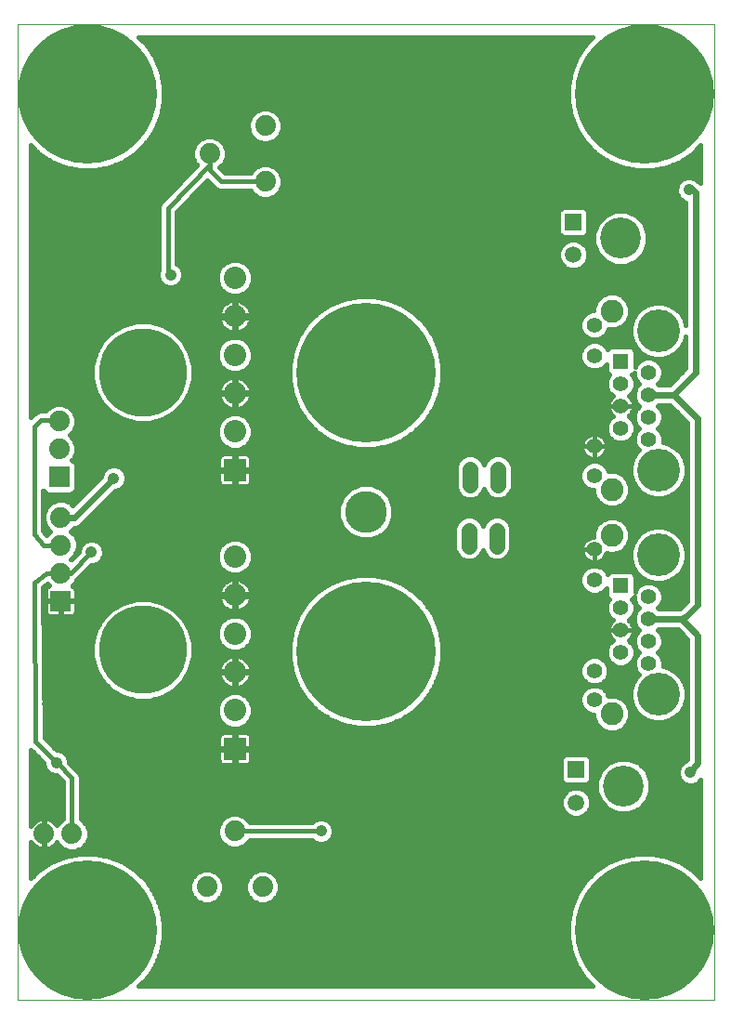
<source format=gbl>
G75*
G70*
%OFA0B0*%
%FSLAX24Y24*%
%IPPOS*%
%LPD*%
%AMOC8*
5,1,8,0,0,1.08239X$1,22.5*
%
%ADD10C,0.0000*%
%ADD11R,0.0800X0.0800*%
%ADD12C,0.0800*%
%ADD13R,0.0590X0.0590*%
%ADD14C,0.0590*%
%ADD15C,0.1464*%
%ADD16C,0.0740*%
%ADD17R,0.0740X0.0740*%
%ADD18R,0.0550X0.0550*%
%ADD19C,0.0550*%
%ADD20C,0.1536*%
%ADD21C,0.0820*%
%ADD22C,0.0560*%
%ADD23C,0.0240*%
%ADD24C,0.0420*%
%ADD25C,0.0160*%
%ADD26C,0.1500*%
%ADD27C,0.5000*%
%ADD28C,0.3150*%
D10*
X000140Y000140D02*
X025140Y000140D01*
X025140Y035140D01*
X000140Y035140D01*
X000140Y000140D01*
D11*
X007940Y009140D03*
X007940Y019140D03*
D12*
X007940Y020518D03*
X007940Y021896D03*
X007940Y023274D03*
X007940Y024652D03*
X007940Y026030D03*
X007940Y016030D03*
X007940Y014652D03*
X007940Y013274D03*
X007940Y011896D03*
X007940Y010518D03*
D13*
X020190Y008390D03*
X020090Y028040D03*
D14*
X020090Y026860D03*
X020190Y007210D03*
D15*
X021890Y007800D03*
X021790Y027450D03*
D16*
X009040Y029490D03*
X009040Y031490D03*
X007040Y030490D03*
X001640Y020890D03*
X001640Y019890D03*
X001690Y017440D03*
X001690Y016440D03*
X001690Y015440D03*
X002090Y006090D03*
X001090Y006090D03*
X006940Y004190D03*
X007940Y006190D03*
X008940Y004190D03*
D17*
X001690Y014440D03*
X001640Y018890D03*
D18*
X021790Y014990D03*
X021790Y023040D03*
D19*
X021790Y022240D03*
X021790Y021440D03*
X021790Y020640D03*
X022790Y020240D03*
X022790Y021040D03*
X022790Y021840D03*
X022790Y022640D03*
X020840Y023240D03*
X020840Y024340D03*
X020840Y019990D03*
X020840Y018940D03*
X020840Y016290D03*
X020840Y015190D03*
X021790Y014190D03*
X021790Y013390D03*
X021790Y012590D03*
X022790Y012190D03*
X022790Y012990D03*
X022790Y013790D03*
X022790Y014590D03*
X020840Y011940D03*
X020840Y010890D03*
D20*
X023140Y011090D03*
X023140Y016090D03*
X023140Y019140D03*
X023140Y024140D03*
D21*
X021470Y024840D03*
X021470Y018440D03*
X021470Y016790D03*
X021470Y010390D03*
D22*
X017340Y016410D02*
X017340Y016970D01*
X016340Y016970D02*
X016340Y016410D01*
X016390Y018610D02*
X016390Y019170D01*
X017390Y019170D02*
X017390Y018610D01*
D23*
X018340Y021240D02*
X018890Y021240D01*
X018340Y021240D02*
X016440Y021940D01*
X022840Y021840D02*
X023690Y021840D01*
X024490Y022640D01*
X024490Y029090D01*
X024390Y029190D01*
X024240Y029190D01*
X023690Y021840D02*
X024540Y020990D01*
X024540Y014290D01*
X024140Y013890D01*
X023990Y013790D01*
X022790Y013790D01*
X023990Y013790D02*
X024540Y013190D01*
X024540Y008640D01*
X024290Y008290D01*
X003590Y018840D02*
X002190Y017440D01*
X001690Y017440D01*
D24*
X002790Y016190D03*
X003590Y018840D03*
X005640Y026140D03*
X016440Y021940D03*
X017390Y014390D03*
X011040Y006190D03*
X001540Y008640D03*
X024240Y029190D03*
X024290Y008290D03*
D25*
X024102Y008699D02*
X022260Y008699D01*
X022083Y008772D02*
X022441Y008624D01*
X022714Y008351D01*
X022862Y007993D01*
X022862Y007607D01*
X022714Y007249D01*
X022441Y006976D01*
X022083Y006828D01*
X021697Y006828D01*
X021339Y006976D01*
X021066Y007249D01*
X020918Y007607D01*
X020918Y007993D01*
X021066Y008351D01*
X021339Y008624D01*
X021697Y008772D01*
X022083Y008772D01*
X022524Y008541D02*
X023907Y008541D01*
X023909Y008545D02*
X023840Y008380D01*
X023840Y008200D01*
X023909Y008035D01*
X024035Y007909D01*
X024200Y007840D01*
X024380Y007840D01*
X024545Y007909D01*
X024660Y008024D01*
X024660Y004495D01*
X024387Y004768D01*
X023938Y005068D01*
X023439Y005275D01*
X022910Y005380D01*
X022370Y005380D01*
X021841Y005275D01*
X021342Y005068D01*
X020893Y004768D01*
X020512Y004387D01*
X020212Y003938D01*
X020005Y003439D01*
X019900Y002910D01*
X019900Y002370D01*
X020005Y001841D01*
X020212Y001342D01*
X020512Y000893D01*
X020785Y000620D01*
X004495Y000620D01*
X004768Y000893D01*
X005068Y001342D01*
X005275Y001841D01*
X005380Y002370D01*
X005380Y002910D01*
X005275Y003439D01*
X005068Y003938D01*
X004768Y004387D01*
X004387Y004768D01*
X003938Y005068D01*
X003439Y005275D01*
X002910Y005380D01*
X002370Y005380D01*
X001841Y005275D01*
X001342Y005068D01*
X000893Y004768D01*
X000620Y004495D01*
X000620Y005801D01*
X000670Y005732D01*
X000732Y005670D01*
X000802Y005620D01*
X000879Y005580D01*
X000961Y005554D01*
X001047Y005540D01*
X001070Y005540D01*
X001070Y006070D01*
X001110Y006070D01*
X001110Y005540D01*
X001133Y005540D01*
X001219Y005554D01*
X001301Y005580D01*
X001378Y005620D01*
X001448Y005670D01*
X001510Y005732D01*
X001553Y005792D01*
X001573Y005744D01*
X001744Y005573D01*
X001969Y005480D01*
X002211Y005480D01*
X002436Y005573D01*
X002607Y005744D01*
X002700Y005969D01*
X002700Y006211D01*
X002607Y006436D01*
X002436Y006607D01*
X002410Y006618D01*
X002410Y008154D01*
X002361Y008271D01*
X001990Y008643D01*
X001990Y008730D01*
X001921Y008895D01*
X001795Y009021D01*
X001630Y009090D01*
X001543Y009090D01*
X001109Y009524D01*
X001061Y014935D01*
X001214Y015053D01*
X001281Y014986D01*
X001251Y014978D01*
X001209Y014954D01*
X001176Y014921D01*
X001152Y014879D01*
X001140Y014834D01*
X001140Y014460D01*
X001670Y014460D01*
X001670Y014420D01*
X001710Y014420D01*
X001710Y014460D01*
X002240Y014460D01*
X002240Y014834D01*
X002228Y014879D01*
X002204Y014921D01*
X002171Y014954D01*
X002129Y014978D01*
X002099Y014986D01*
X002207Y015094D01*
X002250Y015197D01*
X002793Y015740D01*
X002880Y015740D01*
X003045Y015809D01*
X003171Y015935D01*
X003240Y016100D01*
X003240Y016280D01*
X003171Y016445D01*
X003045Y016571D01*
X002880Y016640D01*
X002700Y016640D01*
X002535Y016571D01*
X002409Y016445D01*
X002340Y016280D01*
X002340Y016193D01*
X002070Y015923D01*
X002053Y015940D01*
X002207Y016094D01*
X002300Y016319D01*
X002300Y016561D01*
X002207Y016786D01*
X002053Y016940D01*
X002193Y017080D01*
X002262Y017080D01*
X002394Y017135D01*
X002495Y017236D01*
X003649Y018390D01*
X003680Y018390D01*
X003845Y018459D01*
X003971Y018585D01*
X004040Y018750D01*
X004040Y018930D01*
X003971Y019095D01*
X003845Y019221D01*
X003680Y019290D01*
X003500Y019290D01*
X003335Y019221D01*
X003209Y019095D01*
X003140Y018930D01*
X003140Y018899D01*
X002117Y017876D01*
X002036Y017957D01*
X001811Y018050D01*
X001569Y018050D01*
X001344Y017957D01*
X001173Y017786D01*
X001080Y017561D01*
X001080Y017319D01*
X001173Y017094D01*
X001327Y016940D01*
X001194Y016807D01*
X001060Y016960D01*
X001060Y018400D01*
X001067Y018384D01*
X001134Y018317D01*
X001222Y018280D01*
X002058Y018280D01*
X002146Y018317D01*
X002213Y018384D01*
X002250Y018472D01*
X002250Y019308D01*
X002213Y019396D01*
X002146Y019463D01*
X002097Y019484D01*
X002157Y019544D01*
X002250Y019769D01*
X002250Y020011D01*
X002157Y020236D01*
X002003Y020390D01*
X002157Y020544D01*
X002250Y020769D01*
X002250Y021011D01*
X002157Y021236D01*
X001986Y021407D01*
X001761Y021500D01*
X001519Y021500D01*
X001294Y021407D01*
X001147Y021260D01*
X000926Y021260D01*
X000809Y021211D01*
X000719Y021121D01*
X000620Y021023D01*
X000620Y030785D01*
X000893Y030512D01*
X001342Y030212D01*
X001841Y030005D01*
X002370Y029900D01*
X002910Y029900D01*
X003439Y030005D01*
X003938Y030212D01*
X004387Y030512D01*
X004768Y030893D01*
X005068Y031342D01*
X005275Y031841D01*
X005380Y032370D01*
X005380Y032910D01*
X005275Y033439D01*
X005068Y033938D01*
X004768Y034387D01*
X004495Y034660D01*
X020785Y034660D01*
X020512Y034387D01*
X020212Y033938D01*
X020005Y033439D01*
X019900Y032910D01*
X019900Y032370D01*
X020005Y031841D01*
X020212Y031342D01*
X020512Y030893D01*
X020893Y030512D01*
X021342Y030212D01*
X021841Y030005D01*
X022370Y029900D01*
X022910Y029900D01*
X023439Y030005D01*
X023938Y030212D01*
X024387Y030512D01*
X024660Y030785D01*
X024660Y029429D01*
X024594Y029495D01*
X024555Y029511D01*
X024495Y029571D01*
X024330Y029640D01*
X024150Y029640D01*
X023985Y029571D01*
X023859Y029445D01*
X023790Y029280D01*
X023790Y029100D01*
X023859Y028935D01*
X023985Y028809D01*
X024130Y028748D01*
X024130Y024340D01*
X024079Y024529D01*
X023947Y024759D01*
X023759Y024947D01*
X023529Y025079D01*
X023273Y025148D01*
X023007Y025148D01*
X022751Y025079D01*
X022521Y024947D01*
X022333Y024759D01*
X022201Y024529D01*
X022132Y024273D01*
X022132Y024007D01*
X022201Y023751D01*
X022333Y023521D01*
X022521Y023333D01*
X022751Y023201D01*
X023007Y023132D01*
X023273Y023132D01*
X023529Y023201D01*
X023759Y023333D01*
X023947Y023521D01*
X024079Y023751D01*
X024130Y023940D01*
X024130Y022789D01*
X023541Y022200D01*
X023158Y022200D01*
X023118Y022240D01*
X023227Y022348D01*
X023305Y022538D01*
X023305Y022742D01*
X023227Y022932D01*
X023082Y023077D01*
X022892Y023155D01*
X022688Y023155D01*
X022498Y023077D01*
X022353Y022932D01*
X022305Y022815D01*
X022305Y023363D01*
X022268Y023451D01*
X022201Y023518D01*
X022113Y023555D01*
X021467Y023555D01*
X021379Y023518D01*
X021312Y023451D01*
X021311Y023449D01*
X021277Y023532D01*
X021132Y023677D01*
X020942Y023755D01*
X020738Y023755D01*
X020548Y023677D01*
X020403Y023532D01*
X020325Y023342D01*
X020325Y023138D01*
X020403Y022948D01*
X020548Y022803D01*
X020738Y022725D01*
X020942Y022725D01*
X021132Y022803D01*
X021275Y022947D01*
X021275Y022717D01*
X021312Y022629D01*
X021379Y022562D01*
X021382Y022560D01*
X021353Y022532D01*
X021275Y022342D01*
X021275Y022138D01*
X021353Y021948D01*
X021498Y021803D01*
X021510Y021799D01*
X021494Y021787D01*
X021443Y021736D01*
X021401Y021678D01*
X021368Y021615D01*
X021346Y021547D01*
X021335Y021476D01*
X021335Y021448D01*
X021782Y021448D01*
X021782Y021432D01*
X021335Y021432D01*
X021335Y021404D01*
X021346Y021333D01*
X021368Y021265D01*
X021401Y021202D01*
X021443Y021144D01*
X021494Y021093D01*
X021510Y021081D01*
X021498Y021077D01*
X021353Y020932D01*
X021275Y020742D01*
X021275Y020538D01*
X021353Y020348D01*
X021498Y020203D01*
X021688Y020125D01*
X021892Y020125D01*
X022082Y020203D01*
X022227Y020348D01*
X022305Y020538D01*
X022305Y020742D01*
X022227Y020932D01*
X022082Y021077D01*
X022070Y021081D01*
X022086Y021093D01*
X022137Y021144D01*
X022179Y021202D01*
X022212Y021265D01*
X022234Y021333D01*
X022245Y021404D01*
X022245Y021432D01*
X021798Y021432D01*
X021798Y021448D01*
X022245Y021448D01*
X022245Y021476D01*
X022234Y021547D01*
X022212Y021615D01*
X022179Y021678D01*
X022137Y021736D01*
X022086Y021787D01*
X022070Y021799D01*
X022082Y021803D01*
X022227Y021948D01*
X022305Y022138D01*
X022305Y022342D01*
X022227Y022532D01*
X022198Y022560D01*
X022201Y022562D01*
X022268Y022629D01*
X022275Y022645D01*
X022275Y022538D01*
X022353Y022348D01*
X022462Y022240D01*
X022353Y022132D01*
X022275Y021942D01*
X022275Y021738D01*
X022353Y021548D01*
X022462Y021440D01*
X022353Y021332D01*
X022275Y021142D01*
X022275Y020938D01*
X022353Y020748D01*
X022462Y020640D01*
X022353Y020532D01*
X022275Y020342D01*
X022275Y020138D01*
X022353Y019948D01*
X022438Y019864D01*
X022333Y019759D01*
X022201Y019529D01*
X022132Y019273D01*
X022132Y019007D01*
X022201Y018751D01*
X022333Y018521D01*
X022521Y018333D01*
X022751Y018201D01*
X023007Y018132D01*
X023273Y018132D01*
X023529Y018201D01*
X023759Y018333D01*
X023947Y018521D01*
X024079Y018751D01*
X024148Y019007D01*
X024148Y019273D01*
X024079Y019529D01*
X023947Y019759D01*
X023759Y019947D01*
X023529Y020079D01*
X023305Y020139D01*
X023305Y020342D01*
X023227Y020532D01*
X023118Y020640D01*
X023227Y020748D01*
X023305Y020938D01*
X023305Y021142D01*
X023227Y021332D01*
X023118Y021440D01*
X023158Y021480D01*
X023541Y021480D01*
X024180Y020841D01*
X024180Y014439D01*
X023911Y014170D01*
X023881Y014150D01*
X023158Y014150D01*
X023118Y014190D01*
X023227Y014298D01*
X023305Y014488D01*
X023305Y014692D01*
X023227Y014882D01*
X023082Y015027D01*
X022892Y015105D01*
X022688Y015105D01*
X022498Y015027D01*
X022353Y014882D01*
X022305Y014765D01*
X022305Y015313D01*
X022268Y015401D01*
X022201Y015468D01*
X022113Y015505D01*
X021467Y015505D01*
X021379Y015468D01*
X021312Y015401D01*
X021311Y015399D01*
X021277Y015482D01*
X021132Y015627D01*
X020942Y015705D01*
X020738Y015705D01*
X020548Y015627D01*
X020403Y015482D01*
X020325Y015292D01*
X020325Y015088D01*
X020403Y014898D01*
X020548Y014753D01*
X020738Y014675D01*
X020942Y014675D01*
X021132Y014753D01*
X021275Y014897D01*
X021275Y014667D01*
X021312Y014579D01*
X021379Y014512D01*
X021382Y014510D01*
X021353Y014482D01*
X021275Y014292D01*
X021275Y014088D01*
X014968Y014088D01*
X015068Y013938D02*
X014768Y014387D01*
X014387Y014768D01*
X013938Y015068D01*
X013439Y015275D01*
X012910Y015380D01*
X012370Y015380D01*
X011841Y015275D01*
X011342Y015068D01*
X010893Y014768D01*
X010512Y014387D01*
X010212Y013938D01*
X010005Y013439D01*
X009900Y012910D01*
X009900Y012370D01*
X010005Y011841D01*
X010212Y011342D01*
X010512Y010893D01*
X010893Y010512D01*
X011342Y010212D01*
X011841Y010005D01*
X012370Y009900D01*
X012910Y009900D01*
X013439Y010005D01*
X013938Y010212D01*
X014387Y010512D01*
X014768Y010893D01*
X015068Y011342D01*
X015275Y011841D01*
X015380Y012370D01*
X015380Y012910D01*
X015275Y013439D01*
X015068Y013938D01*
X015072Y013930D02*
X021340Y013930D01*
X021353Y013898D02*
X021498Y013753D01*
X021510Y013749D01*
X021494Y013737D01*
X021443Y013686D01*
X021401Y013628D01*
X021368Y013565D01*
X021346Y013497D01*
X021335Y013426D01*
X021335Y013398D01*
X021782Y013398D01*
X021782Y013382D01*
X021335Y013382D01*
X021335Y013354D01*
X021346Y013283D01*
X021368Y013215D01*
X021401Y013152D01*
X021443Y013094D01*
X021494Y013043D01*
X021510Y013031D01*
X021498Y013027D01*
X021353Y012882D01*
X021275Y012692D01*
X021275Y012488D01*
X021353Y012298D01*
X021498Y012153D01*
X021688Y012075D01*
X021892Y012075D01*
X022082Y012153D01*
X022227Y012298D01*
X022305Y012488D01*
X022305Y012692D01*
X022227Y012882D01*
X022082Y013027D01*
X022070Y013031D01*
X022086Y013043D01*
X022137Y013094D01*
X022179Y013152D01*
X022212Y013215D01*
X022234Y013283D01*
X022245Y013354D01*
X022245Y013382D01*
X021798Y013382D01*
X021798Y013398D01*
X022245Y013398D01*
X022245Y013426D01*
X022234Y013497D01*
X022212Y013565D01*
X022179Y013628D01*
X022137Y013686D01*
X022086Y013737D01*
X022070Y013749D01*
X022082Y013753D01*
X022227Y013898D01*
X022305Y014088D01*
X022360Y014088D01*
X022353Y014082D02*
X022275Y013892D01*
X022275Y013688D01*
X022353Y013498D01*
X022462Y013390D01*
X022353Y013282D01*
X022275Y013092D01*
X022275Y012888D01*
X022353Y012698D01*
X022462Y012590D01*
X022353Y012482D01*
X022275Y012292D01*
X022275Y012088D01*
X022353Y011898D01*
X022438Y011814D01*
X022333Y011709D01*
X022201Y011479D01*
X022132Y011223D01*
X022132Y010957D01*
X022201Y010701D01*
X022333Y010471D01*
X022521Y010283D01*
X022751Y010151D01*
X023007Y010082D01*
X023273Y010082D01*
X023529Y010151D01*
X023759Y010283D01*
X023947Y010471D01*
X024079Y010701D01*
X024148Y010957D01*
X024148Y011223D01*
X024079Y011479D01*
X023947Y011709D01*
X023759Y011897D01*
X023529Y012029D01*
X023305Y012089D01*
X023305Y012292D01*
X023227Y012482D01*
X023118Y012590D01*
X023227Y012698D01*
X023305Y012888D01*
X023305Y013092D01*
X023227Y013282D01*
X023118Y013390D01*
X023158Y013430D01*
X023832Y013430D01*
X024180Y013050D01*
X024180Y008755D01*
X024156Y008721D01*
X024035Y008671D01*
X023909Y008545D01*
X023841Y008382D02*
X022683Y008382D01*
X022767Y008224D02*
X023840Y008224D01*
X023896Y008065D02*
X022832Y008065D01*
X022862Y007907D02*
X024040Y007907D01*
X024540Y007907D02*
X024660Y007907D01*
X024660Y007748D02*
X022862Y007748D01*
X022855Y007590D02*
X024660Y007590D01*
X024660Y007431D02*
X022789Y007431D01*
X022724Y007273D02*
X024660Y007273D01*
X024660Y007114D02*
X022579Y007114D01*
X022391Y006956D02*
X024660Y006956D01*
X024660Y006797D02*
X020534Y006797D01*
X020493Y006756D02*
X020644Y006907D01*
X020725Y007104D01*
X020725Y007316D01*
X020644Y007513D01*
X020493Y007664D01*
X020296Y007745D01*
X020084Y007745D01*
X019887Y007664D01*
X019736Y007513D01*
X019655Y007316D01*
X019655Y007104D01*
X019736Y006907D01*
X019887Y006756D01*
X020084Y006675D01*
X020296Y006675D01*
X020493Y006756D01*
X020664Y006956D02*
X021389Y006956D01*
X021201Y007114D02*
X020725Y007114D01*
X020725Y007273D02*
X021056Y007273D01*
X020991Y007431D02*
X020678Y007431D01*
X020567Y007590D02*
X020925Y007590D01*
X020918Y007748D02*
X002410Y007748D01*
X002410Y007590D02*
X019813Y007590D01*
X019702Y007431D02*
X002410Y007431D01*
X002410Y007273D02*
X019655Y007273D01*
X019655Y007114D02*
X002410Y007114D01*
X002410Y006956D02*
X019716Y006956D01*
X019846Y006797D02*
X008069Y006797D01*
X008061Y006800D02*
X007819Y006800D01*
X007594Y006707D01*
X007423Y006536D01*
X007330Y006311D01*
X007330Y006069D01*
X007423Y005844D01*
X007594Y005673D01*
X007819Y005580D01*
X008061Y005580D01*
X008286Y005673D01*
X008457Y005844D01*
X008468Y005870D01*
X010724Y005870D01*
X010785Y005809D01*
X010950Y005740D01*
X011130Y005740D01*
X011295Y005809D01*
X011421Y005935D01*
X011490Y006100D01*
X011490Y006280D01*
X011421Y006445D01*
X011295Y006571D01*
X011130Y006640D01*
X010950Y006640D01*
X010785Y006571D01*
X010724Y006510D01*
X008468Y006510D01*
X008457Y006536D01*
X008286Y006707D01*
X008061Y006800D01*
X007811Y006797D02*
X002410Y006797D01*
X002410Y006639D02*
X007526Y006639D01*
X007400Y006480D02*
X002563Y006480D01*
X002654Y006322D02*
X007334Y006322D01*
X007330Y006163D02*
X002700Y006163D01*
X002700Y006005D02*
X007357Y006005D01*
X007422Y005846D02*
X002649Y005846D01*
X002550Y005688D02*
X007580Y005688D01*
X007940Y006190D02*
X011040Y006190D01*
X011332Y005846D02*
X024660Y005846D01*
X024660Y005688D02*
X008300Y005688D01*
X008458Y005846D02*
X010748Y005846D01*
X010947Y006639D02*
X008354Y006639D01*
X008819Y004800D02*
X008594Y004707D01*
X008423Y004536D01*
X008330Y004311D01*
X008330Y004069D01*
X008423Y003844D01*
X008594Y003673D01*
X008819Y003580D01*
X009061Y003580D01*
X009286Y003673D01*
X009457Y003844D01*
X009550Y004069D01*
X009550Y004311D01*
X009457Y004536D01*
X009286Y004707D01*
X009061Y004800D01*
X008819Y004800D01*
X008665Y004737D02*
X007215Y004737D01*
X007286Y004707D02*
X007061Y004800D01*
X006819Y004800D01*
X006594Y004707D01*
X006423Y004536D01*
X006330Y004311D01*
X006330Y004069D01*
X006423Y003844D01*
X006594Y003673D01*
X006819Y003580D01*
X007061Y003580D01*
X007286Y003673D01*
X007457Y003844D01*
X007550Y004069D01*
X007550Y004311D01*
X007457Y004536D01*
X007286Y004707D01*
X007415Y004578D02*
X008465Y004578D01*
X008375Y004420D02*
X007505Y004420D01*
X007550Y004261D02*
X008330Y004261D01*
X008330Y004103D02*
X007550Y004103D01*
X007498Y003944D02*
X008382Y003944D01*
X008482Y003786D02*
X007398Y003786D01*
X007175Y003627D02*
X008705Y003627D01*
X009175Y003627D02*
X020083Y003627D01*
X020017Y003469D02*
X005263Y003469D01*
X005300Y003310D02*
X019980Y003310D01*
X019948Y003152D02*
X005332Y003152D01*
X005363Y002993D02*
X019917Y002993D01*
X019900Y002835D02*
X005380Y002835D01*
X005380Y002676D02*
X019900Y002676D01*
X019900Y002518D02*
X005380Y002518D01*
X005378Y002359D02*
X019902Y002359D01*
X019934Y002201D02*
X005346Y002201D01*
X005315Y002042D02*
X019965Y002042D01*
X019997Y001884D02*
X005283Y001884D01*
X005227Y001725D02*
X020053Y001725D01*
X020119Y001567D02*
X005161Y001567D01*
X005095Y001408D02*
X020185Y001408D01*
X020274Y001250D02*
X005006Y001250D01*
X004900Y001091D02*
X020380Y001091D01*
X020486Y000933D02*
X004794Y000933D01*
X004649Y000774D02*
X020631Y000774D01*
X020149Y003786D02*
X009398Y003786D01*
X009498Y003944D02*
X020216Y003944D01*
X020322Y004103D02*
X009550Y004103D01*
X009550Y004261D02*
X020428Y004261D01*
X020545Y004420D02*
X009505Y004420D01*
X009415Y004578D02*
X020703Y004578D01*
X020862Y004737D02*
X009215Y004737D01*
X011133Y006639D02*
X024660Y006639D01*
X024660Y006480D02*
X011386Y006480D01*
X011473Y006322D02*
X024660Y006322D01*
X024660Y006163D02*
X011490Y006163D01*
X011450Y006005D02*
X024660Y006005D01*
X024660Y005529D02*
X002330Y005529D01*
X002322Y005371D02*
X000620Y005371D01*
X000620Y005529D02*
X001850Y005529D01*
X001630Y005688D02*
X001465Y005688D01*
X001110Y005688D02*
X001070Y005688D01*
X001070Y005846D02*
X001110Y005846D01*
X001110Y006005D02*
X001070Y006005D01*
X001070Y006110D02*
X001070Y006640D01*
X001047Y006640D01*
X000961Y006626D01*
X000879Y006600D01*
X000802Y006560D01*
X000732Y006510D01*
X000670Y006448D01*
X000620Y006379D01*
X000620Y009107D01*
X001090Y008637D01*
X001090Y008550D01*
X001159Y008385D01*
X001285Y008259D01*
X001450Y008190D01*
X001537Y008190D01*
X001770Y007957D01*
X001770Y006618D01*
X001744Y006607D01*
X001573Y006436D01*
X001553Y006388D01*
X001510Y006448D01*
X001448Y006510D01*
X001378Y006560D01*
X001301Y006600D01*
X001219Y006626D01*
X001133Y006640D01*
X001110Y006640D01*
X001110Y006110D01*
X001070Y006110D01*
X001070Y006163D02*
X001110Y006163D01*
X001110Y006322D02*
X001070Y006322D01*
X001070Y006480D02*
X001110Y006480D01*
X001110Y006639D02*
X001070Y006639D01*
X001037Y006639D02*
X000620Y006639D01*
X000620Y006797D02*
X001770Y006797D01*
X001770Y006639D02*
X001143Y006639D01*
X001478Y006480D02*
X001617Y006480D01*
X001770Y006956D02*
X000620Y006956D01*
X000620Y007114D02*
X001770Y007114D01*
X001770Y007273D02*
X000620Y007273D01*
X000620Y007431D02*
X001770Y007431D01*
X001770Y007590D02*
X000620Y007590D01*
X000620Y007748D02*
X001770Y007748D01*
X001770Y007907D02*
X000620Y007907D01*
X000620Y008065D02*
X001662Y008065D01*
X001370Y008224D02*
X000620Y008224D01*
X000620Y008382D02*
X001162Y008382D01*
X001094Y008541D02*
X000620Y008541D01*
X000620Y008699D02*
X001028Y008699D01*
X000870Y008858D02*
X000620Y008858D01*
X000620Y009016D02*
X000711Y009016D01*
X000790Y009390D02*
X001540Y008640D01*
X001565Y008615D02*
X002090Y008090D01*
X002090Y006090D01*
X001689Y005212D02*
X000620Y005212D01*
X000620Y005054D02*
X001320Y005054D01*
X001083Y004895D02*
X000620Y004895D01*
X000620Y004737D02*
X000862Y004737D01*
X000703Y004578D02*
X000620Y004578D01*
X000620Y005688D02*
X000715Y005688D01*
X000702Y006480D02*
X000620Y006480D01*
X002251Y008382D02*
X019655Y008382D01*
X019655Y008224D02*
X002381Y008224D01*
X002410Y008065D02*
X019655Y008065D01*
X019655Y008047D02*
X019692Y007959D01*
X019759Y007892D01*
X019847Y007855D01*
X020533Y007855D01*
X020621Y007892D01*
X020688Y007959D01*
X020725Y008047D01*
X020725Y008733D01*
X020688Y008821D01*
X020621Y008888D01*
X020533Y008925D01*
X019847Y008925D01*
X019759Y008888D01*
X019692Y008821D01*
X019655Y008733D01*
X019655Y008047D01*
X019744Y007907D02*
X002410Y007907D01*
X002092Y008541D02*
X019655Y008541D01*
X019655Y008699D02*
X008515Y008699D01*
X008520Y008716D02*
X008520Y009102D01*
X007978Y009102D01*
X007978Y009178D01*
X007902Y009178D01*
X007902Y009720D01*
X007516Y009720D01*
X007471Y009708D01*
X007429Y009684D01*
X007396Y009651D01*
X007372Y009609D01*
X007360Y009564D01*
X007360Y009178D01*
X007902Y009178D01*
X007902Y009102D01*
X007978Y009102D01*
X007978Y008560D01*
X008364Y008560D01*
X008409Y008572D01*
X008451Y008596D01*
X008484Y008629D01*
X008508Y008671D01*
X008520Y008716D01*
X008520Y008858D02*
X019728Y008858D01*
X020652Y008858D02*
X024180Y008858D01*
X024180Y009016D02*
X008520Y009016D01*
X008520Y009178D02*
X008520Y009564D01*
X008508Y009609D01*
X008484Y009651D01*
X008451Y009684D01*
X008409Y009708D01*
X008364Y009720D01*
X007978Y009720D01*
X007978Y009178D01*
X008520Y009178D01*
X008520Y009333D02*
X024180Y009333D01*
X024180Y009175D02*
X007978Y009175D01*
X007902Y009175D02*
X001458Y009175D01*
X001300Y009333D02*
X007360Y009333D01*
X007360Y009492D02*
X001141Y009492D01*
X001108Y009650D02*
X007396Y009650D01*
X007577Y009975D02*
X007813Y009878D01*
X008067Y009878D01*
X008303Y009975D01*
X008483Y010155D01*
X008580Y010391D01*
X008580Y010645D01*
X008483Y010880D01*
X008303Y011061D01*
X008067Y011158D01*
X007813Y011158D01*
X007577Y011061D01*
X007397Y010880D01*
X007300Y010645D01*
X007300Y010391D01*
X007397Y010155D01*
X007577Y009975D01*
X007598Y009967D02*
X001105Y009967D01*
X001106Y009809D02*
X021175Y009809D01*
X021102Y009839D02*
X021341Y009740D01*
X021599Y009740D01*
X021838Y009839D01*
X022021Y010022D01*
X022120Y010261D01*
X022120Y010519D01*
X022021Y010758D01*
X021838Y010941D01*
X021599Y011040D01*
X021341Y011040D01*
X021336Y011038D01*
X021277Y011182D01*
X021132Y011327D01*
X020942Y011405D01*
X020738Y011405D01*
X020548Y011327D01*
X020403Y011182D01*
X020325Y010992D01*
X020325Y010788D01*
X020403Y010598D01*
X020548Y010453D01*
X020738Y010375D01*
X020820Y010375D01*
X020820Y010261D01*
X020919Y010022D01*
X021102Y009839D01*
X020974Y009967D02*
X013247Y009967D01*
X013729Y010126D02*
X020876Y010126D01*
X020820Y010284D02*
X014046Y010284D01*
X014283Y010443D02*
X020575Y010443D01*
X020402Y010601D02*
X014476Y010601D01*
X014634Y010760D02*
X020337Y010760D01*
X020325Y010918D02*
X014785Y010918D01*
X014891Y011077D02*
X020360Y011077D01*
X020457Y011235D02*
X014997Y011235D01*
X015089Y011394D02*
X020710Y011394D01*
X020738Y011425D02*
X020548Y011503D01*
X020403Y011648D01*
X020325Y011838D01*
X020325Y012042D01*
X020403Y012232D01*
X020548Y012377D01*
X020738Y012455D01*
X020942Y012455D01*
X021132Y012377D01*
X021277Y012232D01*
X021355Y012042D01*
X021355Y011838D01*
X021277Y011648D01*
X021132Y011503D01*
X020942Y011425D01*
X020738Y011425D01*
X020970Y011394D02*
X022178Y011394D01*
X022135Y011235D02*
X021223Y011235D01*
X021320Y011077D02*
X022132Y011077D01*
X022143Y010918D02*
X021861Y010918D01*
X022020Y010760D02*
X022185Y010760D01*
X022258Y010601D02*
X022086Y010601D01*
X022120Y010443D02*
X022362Y010443D01*
X022520Y010284D02*
X022120Y010284D01*
X022064Y010126D02*
X022845Y010126D01*
X023435Y010126D02*
X024180Y010126D01*
X024180Y010284D02*
X023760Y010284D01*
X023918Y010443D02*
X024180Y010443D01*
X024180Y010601D02*
X024022Y010601D01*
X024095Y010760D02*
X024180Y010760D01*
X024180Y010918D02*
X024137Y010918D01*
X024148Y011077D02*
X024180Y011077D01*
X024180Y011235D02*
X024145Y011235D01*
X024180Y011394D02*
X024102Y011394D01*
X024037Y011552D02*
X024180Y011552D01*
X024180Y011711D02*
X023945Y011711D01*
X023787Y011869D02*
X024180Y011869D01*
X024180Y012028D02*
X023532Y012028D01*
X023305Y012186D02*
X024180Y012186D01*
X024180Y012345D02*
X023283Y012345D01*
X023205Y012503D02*
X024180Y012503D01*
X024180Y012662D02*
X023190Y012662D01*
X023277Y012820D02*
X024180Y012820D01*
X024180Y012979D02*
X023305Y012979D01*
X023287Y013137D02*
X024100Y013137D01*
X023955Y013296D02*
X023213Y013296D01*
X022398Y013454D02*
X022241Y013454D01*
X022236Y013296D02*
X022367Y013296D01*
X022293Y013137D02*
X022169Y013137D01*
X022130Y012979D02*
X022275Y012979D01*
X022252Y012820D02*
X022303Y012820D01*
X022305Y012662D02*
X022390Y012662D01*
X022375Y012503D02*
X022305Y012503D01*
X022297Y012345D02*
X022246Y012345D01*
X022275Y012186D02*
X022114Y012186D01*
X022300Y012028D02*
X021355Y012028D01*
X021355Y011869D02*
X022383Y011869D01*
X022335Y011711D02*
X021302Y011711D01*
X021180Y011552D02*
X022243Y011552D01*
X021466Y012186D02*
X021296Y012186D01*
X021334Y012345D02*
X021164Y012345D01*
X021275Y012503D02*
X015380Y012503D01*
X015380Y012662D02*
X021275Y012662D01*
X021328Y012820D02*
X015380Y012820D01*
X015366Y012979D02*
X021450Y012979D01*
X021411Y013137D02*
X015335Y013137D01*
X015303Y013296D02*
X021344Y013296D01*
X021339Y013454D02*
X015269Y013454D01*
X015203Y013613D02*
X021393Y013613D01*
X021481Y013771D02*
X015137Y013771D01*
X014862Y014247D02*
X021275Y014247D01*
X021275Y014088D02*
X021353Y013898D01*
X021322Y014405D02*
X014750Y014405D01*
X014591Y014564D02*
X021327Y014564D01*
X021275Y014722D02*
X021056Y014722D01*
X021259Y014881D02*
X021275Y014881D01*
X021244Y015515D02*
X022308Y015515D01*
X022333Y015471D02*
X022521Y015283D01*
X022751Y015151D01*
X023007Y015082D01*
X023273Y015082D01*
X023529Y015151D01*
X023759Y015283D01*
X023947Y015471D01*
X024079Y015701D01*
X024148Y015957D01*
X024148Y016223D01*
X024079Y016479D01*
X023947Y016709D01*
X023759Y016897D01*
X023529Y017029D01*
X023273Y017098D01*
X023007Y017098D01*
X022751Y017029D01*
X022521Y016897D01*
X022333Y016709D01*
X022201Y016479D01*
X022132Y016223D01*
X022132Y015957D01*
X022201Y015701D01*
X022333Y015471D01*
X022287Y015356D02*
X022448Y015356D01*
X022305Y015198D02*
X022670Y015198D01*
X022528Y015039D02*
X022305Y015039D01*
X022305Y014881D02*
X022353Y014881D01*
X022275Y014595D02*
X022275Y014488D01*
X022353Y014298D01*
X022462Y014190D01*
X022353Y014082D01*
X022305Y014088D02*
X022305Y014292D01*
X022227Y014482D01*
X022198Y014510D01*
X022201Y014512D01*
X022268Y014579D01*
X022275Y014595D01*
X022275Y014564D02*
X022253Y014564D01*
X022258Y014405D02*
X022309Y014405D01*
X022305Y014247D02*
X022405Y014247D01*
X022290Y013930D02*
X022240Y013930D01*
X022275Y013771D02*
X022099Y013771D01*
X022187Y013613D02*
X022306Y013613D01*
X023175Y014247D02*
X023987Y014247D01*
X024146Y014405D02*
X023271Y014405D01*
X023305Y014564D02*
X024180Y014564D01*
X024180Y014722D02*
X023293Y014722D01*
X023227Y014881D02*
X024180Y014881D01*
X024180Y015039D02*
X023052Y015039D01*
X023610Y015198D02*
X024180Y015198D01*
X024180Y015356D02*
X023832Y015356D01*
X023972Y015515D02*
X024180Y015515D01*
X024180Y015673D02*
X024063Y015673D01*
X024114Y015832D02*
X024180Y015832D01*
X024180Y015990D02*
X024148Y015990D01*
X024148Y016149D02*
X024180Y016149D01*
X024180Y016307D02*
X024125Y016307D01*
X024083Y016466D02*
X024180Y016466D01*
X024180Y016624D02*
X023996Y016624D01*
X023873Y016783D02*
X024180Y016783D01*
X024180Y016941D02*
X023682Y016941D01*
X024180Y017100D02*
X022045Y017100D01*
X022021Y017158D02*
X021838Y017341D01*
X021599Y017440D01*
X021341Y017440D01*
X021102Y017341D01*
X020919Y017158D01*
X020820Y016919D01*
X020820Y016745D01*
X020804Y016745D01*
X020733Y016734D01*
X020665Y016712D01*
X020602Y016679D01*
X020544Y016637D01*
X020493Y016586D01*
X020451Y016528D01*
X020418Y016465D01*
X020396Y016397D01*
X020385Y016326D01*
X020385Y016298D01*
X020832Y016298D01*
X020832Y016282D01*
X020385Y016282D01*
X020385Y016254D01*
X020396Y016183D01*
X020418Y016115D01*
X020451Y016052D01*
X020493Y015994D01*
X020544Y015943D01*
X020602Y015901D01*
X020665Y015868D01*
X020733Y015846D01*
X020804Y015835D01*
X020832Y015835D01*
X020832Y016282D01*
X020848Y016282D01*
X020848Y015835D01*
X020876Y015835D01*
X020947Y015846D01*
X021015Y015868D01*
X021078Y015901D01*
X021136Y015943D01*
X021187Y015994D01*
X021229Y016052D01*
X021262Y016115D01*
X021278Y016166D01*
X021341Y016140D01*
X021599Y016140D01*
X021838Y016239D01*
X022021Y016422D01*
X022120Y016661D01*
X022120Y016919D01*
X022021Y017158D01*
X021921Y017258D02*
X024180Y017258D01*
X024180Y017417D02*
X021656Y017417D01*
X021284Y017417D02*
X017621Y017417D01*
X017635Y017411D02*
X017443Y017490D01*
X017237Y017490D01*
X017045Y017411D01*
X016899Y017265D01*
X016840Y017122D01*
X016781Y017265D01*
X016635Y017411D01*
X016443Y017490D01*
X016237Y017490D01*
X016045Y017411D01*
X015899Y017265D01*
X015820Y017073D01*
X015820Y016307D01*
X008518Y016307D01*
X008483Y016392D02*
X008303Y016572D01*
X008067Y016670D01*
X007813Y016670D01*
X007577Y016572D01*
X007397Y016392D01*
X007300Y016157D01*
X007300Y015902D01*
X007397Y015667D01*
X007577Y015487D01*
X007813Y015390D01*
X008067Y015390D01*
X008303Y015487D01*
X008483Y015667D01*
X008580Y015902D01*
X008580Y016157D01*
X008483Y016392D01*
X008409Y016466D02*
X015820Y016466D01*
X015820Y016624D02*
X008178Y016624D01*
X007702Y016624D02*
X002918Y016624D01*
X002662Y016624D02*
X002274Y016624D01*
X002300Y016466D02*
X002429Y016466D01*
X002351Y016307D02*
X002295Y016307D01*
X002296Y016149D02*
X002230Y016149D01*
X002137Y015990D02*
X002103Y015990D01*
X002040Y015440D02*
X001690Y015440D01*
X001190Y015440D01*
X000740Y015090D01*
X000790Y009390D01*
X001104Y010126D02*
X007427Y010126D01*
X007344Y010284D02*
X001102Y010284D01*
X001101Y010443D02*
X007300Y010443D01*
X007300Y010601D02*
X001099Y010601D01*
X001098Y010760D02*
X007347Y010760D01*
X007435Y010918D02*
X005039Y010918D01*
X004879Y010875D02*
X005341Y010999D01*
X005754Y011238D01*
X006092Y011576D01*
X006331Y011989D01*
X006455Y012451D01*
X006455Y012929D01*
X006331Y013391D01*
X006092Y013804D01*
X005754Y014142D01*
X005341Y014381D01*
X004879Y014505D01*
X004401Y014505D01*
X003939Y014381D01*
X003526Y014142D01*
X003188Y013804D01*
X002949Y013391D01*
X002825Y012929D01*
X002825Y012451D01*
X002949Y011989D01*
X003188Y011576D01*
X003526Y011238D01*
X003939Y010999D01*
X004401Y010875D01*
X004879Y010875D01*
X005475Y011077D02*
X007616Y011077D01*
X007717Y011358D02*
X007804Y011330D01*
X007894Y011316D01*
X007902Y011316D01*
X007902Y011858D01*
X007360Y011858D01*
X007360Y011850D01*
X007374Y011760D01*
X007402Y011673D01*
X007444Y011592D01*
X007498Y011518D01*
X007562Y011454D01*
X007636Y011400D01*
X007717Y011358D01*
X007648Y011394D02*
X005910Y011394D01*
X006069Y011552D02*
X007473Y011552D01*
X007390Y011711D02*
X006170Y011711D01*
X006262Y011869D02*
X007902Y011869D01*
X007902Y011858D02*
X007902Y011934D01*
X007902Y012476D01*
X007894Y012476D01*
X007804Y012462D01*
X007717Y012433D01*
X007636Y012392D01*
X007562Y012338D01*
X007498Y012274D01*
X007444Y012200D01*
X007402Y012119D01*
X007374Y012032D01*
X007360Y011942D01*
X007360Y011934D01*
X007902Y011934D01*
X007978Y011934D01*
X007978Y012476D01*
X007986Y012476D01*
X008076Y012462D01*
X008163Y012433D01*
X008244Y012392D01*
X008318Y012338D01*
X008382Y012274D01*
X008436Y012200D01*
X008478Y012119D01*
X008506Y012032D01*
X008520Y011942D01*
X008520Y011934D01*
X007978Y011934D01*
X007978Y011858D01*
X008520Y011858D01*
X008520Y011850D01*
X008506Y011760D01*
X008478Y011673D01*
X008436Y011592D01*
X008382Y011518D01*
X008318Y011454D01*
X008244Y011400D01*
X008163Y011358D01*
X008076Y011330D01*
X007986Y011316D01*
X007978Y011316D01*
X007978Y011858D01*
X007902Y011858D01*
X007978Y011869D02*
X010000Y011869D01*
X009968Y012028D02*
X008506Y012028D01*
X008443Y012186D02*
X009937Y012186D01*
X009905Y012345D02*
X008309Y012345D01*
X007978Y012345D02*
X007902Y012345D01*
X007902Y012186D02*
X007978Y012186D01*
X007978Y012028D02*
X007902Y012028D01*
X007902Y011711D02*
X007978Y011711D01*
X007978Y011552D02*
X007902Y011552D01*
X007902Y011394D02*
X007978Y011394D01*
X008232Y011394D02*
X010191Y011394D01*
X010125Y011552D02*
X008407Y011552D01*
X008490Y011711D02*
X010059Y011711D01*
X010283Y011235D02*
X005750Y011235D01*
X006342Y012028D02*
X007374Y012028D01*
X007437Y012186D02*
X006384Y012186D01*
X006426Y012345D02*
X007571Y012345D01*
X007746Y012662D02*
X006455Y012662D01*
X006455Y012820D02*
X007489Y012820D01*
X007577Y012731D02*
X007813Y012634D01*
X008067Y012634D01*
X008303Y012731D01*
X008483Y012911D01*
X008580Y013147D01*
X008580Y013401D01*
X008483Y013636D01*
X008303Y013816D01*
X008067Y013914D01*
X007813Y013914D01*
X007577Y013816D01*
X007397Y013636D01*
X007300Y013401D01*
X007300Y013147D01*
X007397Y012911D01*
X007577Y012731D01*
X007370Y012979D02*
X006442Y012979D01*
X006399Y013137D02*
X007304Y013137D01*
X007300Y013296D02*
X006357Y013296D01*
X006295Y013454D02*
X007322Y013454D01*
X007388Y013613D02*
X006203Y013613D01*
X006112Y013771D02*
X007532Y013771D01*
X007717Y014114D02*
X007804Y014086D01*
X007894Y014072D01*
X007902Y014072D01*
X007902Y014614D01*
X007360Y014614D01*
X007360Y014606D01*
X007374Y014516D01*
X007402Y014429D01*
X007444Y014348D01*
X007498Y014274D01*
X007562Y014209D01*
X007636Y014156D01*
X007717Y014114D01*
X007798Y014088D02*
X005809Y014088D01*
X005967Y013930D02*
X010208Y013930D01*
X010143Y013771D02*
X008348Y013771D01*
X008492Y013613D02*
X010077Y013613D01*
X010011Y013454D02*
X008558Y013454D01*
X008580Y013296D02*
X009977Y013296D01*
X009945Y013137D02*
X008576Y013137D01*
X008510Y012979D02*
X009914Y012979D01*
X009900Y012820D02*
X008391Y012820D01*
X008134Y012662D02*
X009900Y012662D01*
X009900Y012503D02*
X006455Y012503D01*
X005574Y014247D02*
X007525Y014247D01*
X007415Y014405D02*
X005252Y014405D01*
X004028Y014405D02*
X002240Y014405D01*
X002240Y014420D02*
X001710Y014420D01*
X001710Y013890D01*
X002084Y013890D01*
X002129Y013902D01*
X002171Y013926D01*
X002204Y013959D01*
X002228Y014001D01*
X002240Y014046D01*
X002240Y014420D01*
X002240Y014564D02*
X007367Y014564D01*
X007360Y014690D02*
X007902Y014690D01*
X007902Y015232D01*
X007894Y015232D01*
X007804Y015218D01*
X007717Y015189D01*
X007636Y015148D01*
X007562Y015094D01*
X007498Y015030D01*
X007444Y014956D01*
X007402Y014874D01*
X007374Y014788D01*
X007360Y014697D01*
X007360Y014690D01*
X007364Y014722D02*
X002240Y014722D01*
X002227Y014881D02*
X007406Y014881D01*
X007507Y015039D02*
X002152Y015039D01*
X002250Y015198D02*
X007743Y015198D01*
X007902Y015198D02*
X007978Y015198D01*
X007978Y015232D02*
X007978Y014690D01*
X007902Y014690D01*
X007902Y014614D01*
X007978Y014614D01*
X007978Y014690D01*
X008520Y014690D01*
X008520Y014697D01*
X008506Y014788D01*
X008478Y014874D01*
X008436Y014956D01*
X008382Y015030D01*
X008318Y015094D01*
X008244Y015148D01*
X008163Y015189D01*
X008076Y015218D01*
X007986Y015232D01*
X007978Y015232D01*
X008137Y015198D02*
X011654Y015198D01*
X011299Y015039D02*
X008373Y015039D01*
X008474Y014881D02*
X011061Y014881D01*
X010847Y014722D02*
X008516Y014722D01*
X008520Y014614D02*
X007978Y014614D01*
X007978Y014072D01*
X007986Y014072D01*
X008076Y014086D01*
X008163Y014114D01*
X008244Y014156D01*
X008318Y014209D01*
X008382Y014274D01*
X008436Y014348D01*
X008478Y014429D01*
X008506Y014516D01*
X008520Y014606D01*
X008520Y014614D01*
X008513Y014564D02*
X010689Y014564D01*
X010530Y014405D02*
X008465Y014405D01*
X008355Y014247D02*
X010418Y014247D01*
X010312Y014088D02*
X008082Y014088D01*
X007978Y014088D02*
X007902Y014088D01*
X007902Y014247D02*
X007978Y014247D01*
X007978Y014405D02*
X007902Y014405D01*
X007902Y014564D02*
X007978Y014564D01*
X007978Y014722D02*
X007902Y014722D01*
X007902Y014881D02*
X007978Y014881D01*
X007978Y015039D02*
X007902Y015039D01*
X008330Y015515D02*
X020436Y015515D01*
X020351Y015356D02*
X013030Y015356D01*
X013626Y015198D02*
X020325Y015198D01*
X020345Y015039D02*
X013981Y015039D01*
X014219Y014881D02*
X020421Y014881D01*
X020624Y014722D02*
X014433Y014722D01*
X015899Y016115D02*
X015820Y016307D01*
X015885Y016149D02*
X008580Y016149D01*
X008580Y015990D02*
X016025Y015990D01*
X016045Y015969D02*
X016237Y015890D01*
X016443Y015890D01*
X016635Y015969D01*
X016781Y016115D01*
X016840Y016258D01*
X016899Y016115D01*
X017045Y015969D01*
X017237Y015890D01*
X017443Y015890D01*
X017635Y015969D01*
X017781Y016115D01*
X017860Y016307D01*
X020385Y016307D01*
X020408Y016149D02*
X017795Y016149D01*
X017860Y016307D02*
X017860Y017073D01*
X017781Y017265D01*
X017635Y017411D01*
X017784Y017258D02*
X021019Y017258D01*
X020895Y017100D02*
X017849Y017100D01*
X017860Y016941D02*
X020829Y016941D01*
X020820Y016783D02*
X017860Y016783D01*
X017860Y016624D02*
X020531Y016624D01*
X020419Y016466D02*
X017860Y016466D01*
X017655Y015990D02*
X020497Y015990D01*
X020832Y015990D02*
X020848Y015990D01*
X020832Y016149D02*
X020848Y016149D01*
X021183Y015990D02*
X022132Y015990D01*
X022132Y016149D02*
X021620Y016149D01*
X021320Y016149D02*
X021272Y016149D01*
X021020Y015673D02*
X022217Y015673D01*
X022166Y015832D02*
X008551Y015832D01*
X008485Y015673D02*
X020660Y015673D01*
X021906Y016307D02*
X022155Y016307D01*
X022197Y016466D02*
X022039Y016466D01*
X022105Y016624D02*
X022284Y016624D01*
X022407Y016783D02*
X022120Y016783D01*
X022111Y016941D02*
X022598Y016941D01*
X021838Y017889D02*
X022021Y018072D01*
X022120Y018311D01*
X022120Y018569D01*
X022021Y018808D01*
X021838Y018991D01*
X021599Y019090D01*
X021341Y019090D01*
X021336Y019088D01*
X021277Y019232D01*
X021132Y019377D01*
X020942Y019455D01*
X020738Y019455D01*
X020548Y019377D01*
X020403Y019232D01*
X020325Y019042D01*
X020325Y018838D01*
X020403Y018648D01*
X020548Y018503D01*
X020738Y018425D01*
X020820Y018425D01*
X020820Y018311D01*
X020919Y018072D01*
X021102Y017889D01*
X021341Y017790D01*
X021599Y017790D01*
X021838Y017889D01*
X021841Y017892D02*
X024180Y017892D01*
X024180Y017734D02*
X013630Y017734D01*
X013630Y017837D02*
X013479Y018201D01*
X013201Y018479D01*
X012837Y018630D01*
X012443Y018630D01*
X012079Y018479D01*
X011801Y018201D01*
X011650Y017837D01*
X011650Y017443D01*
X011801Y017079D01*
X012079Y016801D01*
X012443Y016650D01*
X012837Y016650D01*
X013201Y016801D01*
X013479Y017079D01*
X013630Y017443D01*
X013630Y017837D01*
X013607Y017892D02*
X021099Y017892D01*
X020940Y018051D02*
X013542Y018051D01*
X013471Y018209D02*
X016056Y018209D01*
X016095Y018169D02*
X016287Y018090D01*
X016493Y018090D01*
X016685Y018169D01*
X016831Y018315D01*
X016890Y018458D01*
X016949Y018315D01*
X017095Y018169D01*
X017287Y018090D01*
X017493Y018090D01*
X017685Y018169D01*
X017831Y018315D01*
X017910Y018507D01*
X017910Y019273D01*
X017831Y019465D01*
X017685Y019611D01*
X017493Y019690D01*
X017287Y019690D01*
X017095Y019611D01*
X016949Y019465D01*
X016890Y019322D01*
X016831Y019465D01*
X016685Y019611D01*
X016493Y019690D01*
X016287Y019690D01*
X016095Y019611D01*
X015949Y019465D01*
X015870Y019273D01*
X015870Y018507D01*
X015949Y018315D01*
X016095Y018169D01*
X015928Y018368D02*
X013313Y018368D01*
X013088Y018526D02*
X015870Y018526D01*
X015870Y018685D02*
X008511Y018685D01*
X008508Y018671D02*
X008520Y018716D01*
X008520Y019102D01*
X007978Y019102D01*
X007978Y019178D01*
X007902Y019178D01*
X007902Y019720D01*
X007516Y019720D01*
X007471Y019708D01*
X007429Y019684D01*
X007396Y019651D01*
X007372Y019609D01*
X007360Y019564D01*
X007360Y019178D01*
X007902Y019178D01*
X007902Y019102D01*
X007978Y019102D01*
X007978Y018560D01*
X008364Y018560D01*
X008409Y018572D01*
X008451Y018596D01*
X008484Y018629D01*
X008508Y018671D01*
X008520Y018843D02*
X015870Y018843D01*
X015870Y019002D02*
X008520Y019002D01*
X008520Y019178D02*
X008520Y019564D01*
X008508Y019609D01*
X008484Y019651D01*
X008451Y019684D01*
X008409Y019708D01*
X008364Y019720D01*
X007978Y019720D01*
X007978Y019178D01*
X008520Y019178D01*
X008520Y019319D02*
X015889Y019319D01*
X015870Y019160D02*
X007978Y019160D01*
X007902Y019160D02*
X003906Y019160D01*
X004010Y019002D02*
X007360Y019002D01*
X007360Y019102D02*
X007360Y018716D01*
X007372Y018671D01*
X007396Y018629D01*
X007429Y018596D01*
X007471Y018572D01*
X007516Y018560D01*
X007902Y018560D01*
X007902Y019102D01*
X007360Y019102D01*
X007360Y019319D02*
X002246Y019319D01*
X002250Y019160D02*
X003274Y019160D01*
X003170Y019002D02*
X002250Y019002D01*
X002250Y018843D02*
X003084Y018843D01*
X002925Y018685D02*
X002250Y018685D01*
X002250Y018526D02*
X002767Y018526D01*
X002608Y018368D02*
X002197Y018368D01*
X002450Y018209D02*
X001060Y018209D01*
X001060Y018051D02*
X002291Y018051D01*
X002133Y017892D02*
X002101Y017892D01*
X002676Y017417D02*
X011661Y017417D01*
X011650Y017575D02*
X002834Y017575D01*
X002993Y017734D02*
X011650Y017734D01*
X011673Y017892D02*
X003151Y017892D01*
X003310Y018051D02*
X011738Y018051D01*
X011809Y018209D02*
X003468Y018209D01*
X003627Y018368D02*
X011967Y018368D01*
X012192Y018526D02*
X003912Y018526D01*
X004013Y018685D02*
X007369Y018685D01*
X007360Y018843D02*
X004040Y018843D01*
X004401Y020825D02*
X003939Y020949D01*
X003526Y021188D01*
X003188Y021526D01*
X002949Y021939D01*
X002825Y022401D01*
X002825Y022879D01*
X002949Y023341D01*
X003188Y023754D01*
X003526Y024092D01*
X003939Y024331D01*
X004401Y024455D01*
X004879Y024455D01*
X005341Y024331D01*
X005754Y024092D01*
X006092Y023754D01*
X006331Y023341D01*
X006455Y022879D01*
X006455Y022401D01*
X006331Y021939D01*
X006092Y021526D01*
X005754Y021188D01*
X005341Y020949D01*
X004879Y020825D01*
X004401Y020825D01*
X004108Y020904D02*
X002250Y020904D01*
X002240Y020745D02*
X007341Y020745D01*
X007300Y020645D02*
X007300Y020391D01*
X007397Y020155D01*
X007577Y019975D01*
X007813Y019878D01*
X008067Y019878D01*
X008303Y019975D01*
X008483Y020155D01*
X008580Y020391D01*
X008580Y020645D01*
X008483Y020880D01*
X008303Y021061D01*
X008067Y021158D01*
X007813Y021158D01*
X007577Y021061D01*
X007397Y020880D01*
X007300Y020645D01*
X007300Y020587D02*
X002175Y020587D01*
X002041Y020428D02*
X007300Y020428D01*
X007350Y020270D02*
X002123Y020270D01*
X002209Y020111D02*
X007442Y020111D01*
X007633Y019953D02*
X002250Y019953D01*
X002250Y019794D02*
X020429Y019794D01*
X020418Y019815D02*
X020451Y019752D01*
X020493Y019694D01*
X020544Y019643D01*
X020602Y019601D01*
X020665Y019568D01*
X020733Y019546D01*
X020804Y019535D01*
X020832Y019535D01*
X020832Y019982D01*
X020385Y019982D01*
X020385Y019954D01*
X020396Y019883D01*
X020418Y019815D01*
X020385Y019953D02*
X013174Y019953D01*
X012910Y019900D02*
X013439Y020005D01*
X013938Y020212D01*
X014387Y020512D01*
X014768Y020893D01*
X015068Y021342D01*
X015275Y021841D01*
X015380Y022370D01*
X015380Y022910D01*
X015275Y023439D01*
X015068Y023938D01*
X014768Y024387D01*
X014387Y024768D01*
X013938Y025068D01*
X013439Y025275D01*
X012910Y025380D01*
X012370Y025380D01*
X011841Y025275D01*
X011342Y025068D01*
X010893Y024768D01*
X010512Y024387D01*
X010212Y023938D01*
X010005Y023439D01*
X009900Y022910D01*
X009900Y022370D01*
X010005Y021841D01*
X010212Y021342D01*
X010512Y020893D01*
X010893Y020512D01*
X011342Y020212D01*
X011841Y020005D01*
X012370Y019900D01*
X012910Y019900D01*
X013694Y020111D02*
X020401Y020111D01*
X020396Y020097D02*
X020418Y020165D01*
X020451Y020228D01*
X020493Y020286D01*
X020544Y020337D01*
X020602Y020379D01*
X020665Y020412D01*
X020733Y020434D01*
X020804Y020445D01*
X020832Y020445D01*
X020832Y019998D01*
X020848Y019998D01*
X020848Y020445D01*
X020876Y020445D01*
X020947Y020434D01*
X021015Y020412D01*
X021078Y020379D01*
X021136Y020337D01*
X021187Y020286D01*
X021229Y020228D01*
X021262Y020165D01*
X021284Y020097D01*
X021295Y020026D01*
X021295Y019998D01*
X020848Y019998D01*
X020848Y019982D01*
X021295Y019982D01*
X021295Y019954D01*
X021284Y019883D01*
X021262Y019815D01*
X021229Y019752D01*
X021187Y019694D01*
X021136Y019643D01*
X021078Y019601D01*
X021015Y019568D01*
X020947Y019546D01*
X020876Y019535D01*
X020848Y019535D01*
X020848Y019982D01*
X020832Y019982D01*
X020832Y019998D01*
X020385Y019998D01*
X020385Y020026D01*
X020396Y020097D01*
X020481Y020270D02*
X014024Y020270D01*
X014261Y020428D02*
X020716Y020428D01*
X020832Y020428D02*
X020848Y020428D01*
X020964Y020428D02*
X021320Y020428D01*
X021275Y020587D02*
X014461Y020587D01*
X014620Y020745D02*
X021276Y020745D01*
X021342Y020904D02*
X014775Y020904D01*
X014881Y021062D02*
X021484Y021062D01*
X021391Y021221D02*
X014987Y021221D01*
X015083Y021379D02*
X021339Y021379D01*
X021345Y021538D02*
X015149Y021538D01*
X015215Y021696D02*
X021414Y021696D01*
X021447Y021855D02*
X015277Y021855D01*
X015309Y022013D02*
X021327Y022013D01*
X021275Y022172D02*
X015340Y022172D01*
X015372Y022330D02*
X021275Y022330D01*
X021336Y022489D02*
X015380Y022489D01*
X015380Y022647D02*
X021304Y022647D01*
X021275Y022806D02*
X021134Y022806D01*
X020546Y022806D02*
X015380Y022806D01*
X015369Y022964D02*
X020397Y022964D01*
X020331Y023123D02*
X015338Y023123D01*
X015306Y023281D02*
X020325Y023281D01*
X020365Y023440D02*
X015275Y023440D01*
X015209Y023598D02*
X020470Y023598D01*
X020548Y023903D02*
X020738Y023825D01*
X020942Y023825D01*
X021132Y023903D01*
X021277Y024048D01*
X021336Y024192D01*
X021341Y024190D01*
X021599Y024190D01*
X021838Y024289D01*
X022021Y024472D01*
X022120Y024711D01*
X022120Y024969D01*
X022021Y025208D01*
X021838Y025391D01*
X021599Y025490D01*
X021341Y025490D01*
X021102Y025391D01*
X020919Y025208D01*
X020820Y024969D01*
X020820Y024855D01*
X020738Y024855D01*
X020548Y024777D01*
X020403Y024632D01*
X020325Y024442D01*
X020325Y024238D01*
X020403Y024048D01*
X020548Y023903D01*
X020537Y023915D02*
X015078Y023915D01*
X015143Y023757D02*
X022199Y023757D01*
X022157Y023915D02*
X021143Y023915D01*
X021287Y024074D02*
X022132Y024074D01*
X022132Y024232D02*
X021701Y024232D01*
X021940Y024391D02*
X022164Y024391D01*
X022212Y024549D02*
X022053Y024549D01*
X022119Y024708D02*
X022304Y024708D01*
X022441Y024866D02*
X022120Y024866D01*
X022097Y025025D02*
X022656Y025025D01*
X022031Y025183D02*
X024130Y025183D01*
X024130Y025025D02*
X023624Y025025D01*
X023839Y024866D02*
X024130Y024866D01*
X024130Y024708D02*
X023976Y024708D01*
X024068Y024549D02*
X024130Y024549D01*
X024116Y024391D02*
X024130Y024391D01*
X024123Y023915D02*
X024130Y023915D01*
X024130Y023757D02*
X024081Y023757D01*
X024130Y023598D02*
X023991Y023598D01*
X023865Y023440D02*
X024130Y023440D01*
X024130Y023281D02*
X023668Y023281D01*
X023279Y022806D02*
X024130Y022806D01*
X024130Y022964D02*
X023194Y022964D01*
X022971Y023123D02*
X024130Y023123D01*
X023988Y022647D02*
X023305Y022647D01*
X023285Y022489D02*
X023829Y022489D01*
X023671Y022330D02*
X023208Y022330D01*
X022609Y023123D02*
X022305Y023123D01*
X022305Y023281D02*
X022612Y023281D01*
X022415Y023440D02*
X022273Y023440D01*
X022289Y023598D02*
X021210Y023598D01*
X020393Y024074D02*
X014978Y024074D01*
X014872Y024232D02*
X020327Y024232D01*
X020325Y024391D02*
X014764Y024391D01*
X014606Y024549D02*
X020369Y024549D01*
X020479Y024708D02*
X014447Y024708D01*
X014240Y024866D02*
X020820Y024866D01*
X020843Y025025D02*
X014003Y025025D01*
X013661Y025183D02*
X020909Y025183D01*
X021052Y025342D02*
X013103Y025342D01*
X012177Y025342D02*
X000620Y025342D01*
X000620Y025500D02*
X007565Y025500D01*
X007577Y025487D02*
X007813Y025390D01*
X008067Y025390D01*
X008303Y025487D01*
X008483Y025667D01*
X008580Y025902D01*
X008580Y026157D01*
X008483Y026392D01*
X008303Y026572D01*
X008067Y026670D01*
X007813Y026670D01*
X007577Y026572D01*
X007397Y026392D01*
X007300Y026157D01*
X007300Y025902D01*
X007397Y025667D01*
X007577Y025487D01*
X007406Y025659D02*
X000620Y025659D01*
X000620Y025817D02*
X005327Y025817D01*
X005385Y025759D02*
X005550Y025690D01*
X005730Y025690D01*
X005895Y025759D01*
X006021Y025885D01*
X006090Y026050D01*
X006090Y026230D01*
X006021Y026395D01*
X005895Y026521D01*
X005860Y026536D01*
X005860Y028411D01*
X006945Y029532D01*
X007259Y029219D01*
X007376Y029170D01*
X008512Y029170D01*
X008523Y029144D01*
X008694Y028973D01*
X008919Y028880D01*
X009161Y028880D01*
X009386Y028973D01*
X009557Y029144D01*
X009650Y029369D01*
X009650Y029611D01*
X009557Y029836D01*
X009386Y030007D01*
X009161Y030100D01*
X008919Y030100D01*
X008694Y030007D01*
X008523Y029836D01*
X008512Y029810D01*
X007573Y029810D01*
X007398Y029985D01*
X007557Y030144D01*
X007650Y030369D01*
X007650Y030611D01*
X007557Y030836D01*
X007386Y031007D01*
X007161Y031100D01*
X006919Y031100D01*
X006694Y031007D01*
X006523Y030836D01*
X006430Y030611D01*
X006430Y030369D01*
X006523Y030144D01*
X006586Y030081D01*
X005312Y028764D01*
X005269Y028721D01*
X005268Y028719D01*
X005266Y028717D01*
X005243Y028660D01*
X005220Y028604D01*
X005220Y028601D01*
X005219Y028598D01*
X005220Y028537D01*
X005220Y026302D01*
X005190Y026230D01*
X005190Y026050D01*
X005259Y025885D01*
X005385Y025759D01*
X005221Y025976D02*
X000620Y025976D01*
X000620Y026134D02*
X005190Y026134D01*
X005216Y026293D02*
X000620Y026293D01*
X000620Y026451D02*
X005220Y026451D01*
X005220Y026610D02*
X000620Y026610D01*
X000620Y026768D02*
X005220Y026768D01*
X005220Y026927D02*
X000620Y026927D01*
X000620Y027085D02*
X005220Y027085D01*
X005220Y027244D02*
X000620Y027244D01*
X000620Y027402D02*
X005220Y027402D01*
X005220Y027561D02*
X000620Y027561D01*
X000620Y027719D02*
X005220Y027719D01*
X005220Y027878D02*
X000620Y027878D01*
X000620Y028036D02*
X005220Y028036D01*
X005220Y028195D02*
X000620Y028195D01*
X000620Y028353D02*
X005220Y028353D01*
X005220Y028512D02*
X000620Y028512D01*
X000620Y028670D02*
X005247Y028670D01*
X005374Y028829D02*
X000620Y028829D01*
X000620Y028987D02*
X005527Y028987D01*
X005681Y029146D02*
X000620Y029146D01*
X000620Y029304D02*
X005834Y029304D01*
X005987Y029463D02*
X000620Y029463D01*
X000620Y029621D02*
X006141Y029621D01*
X006294Y029780D02*
X000620Y029780D01*
X000620Y029938D02*
X002179Y029938D01*
X001620Y030097D02*
X000620Y030097D01*
X000620Y030255D02*
X001277Y030255D01*
X001040Y030414D02*
X000620Y030414D01*
X000620Y030572D02*
X000833Y030572D01*
X000675Y030731D02*
X000620Y030731D01*
X003101Y029938D02*
X006448Y029938D01*
X006571Y030097D02*
X003660Y030097D01*
X004003Y030255D02*
X006477Y030255D01*
X006430Y030414D02*
X004240Y030414D01*
X004447Y030572D02*
X006430Y030572D01*
X006479Y030731D02*
X004605Y030731D01*
X004764Y030889D02*
X006576Y030889D01*
X006792Y031048D02*
X004871Y031048D01*
X004977Y031206D02*
X008497Y031206D01*
X008523Y031144D02*
X008694Y030973D01*
X008919Y030880D01*
X009161Y030880D01*
X009386Y030973D01*
X009557Y031144D01*
X009650Y031369D01*
X009650Y031611D01*
X009557Y031836D01*
X009386Y032007D01*
X009161Y032100D01*
X008919Y032100D01*
X008694Y032007D01*
X008523Y031836D01*
X008430Y031611D01*
X008430Y031369D01*
X008523Y031144D01*
X008620Y031048D02*
X007288Y031048D01*
X007504Y030889D02*
X008897Y030889D01*
X009183Y030889D02*
X020516Y030889D01*
X020409Y031048D02*
X009460Y031048D01*
X009583Y031206D02*
X020303Y031206D01*
X020203Y031365D02*
X009648Y031365D01*
X009650Y031523D02*
X020137Y031523D01*
X020071Y031682D02*
X009621Y031682D01*
X009553Y031840D02*
X020006Y031840D01*
X019974Y031999D02*
X009394Y031999D01*
X008686Y031999D02*
X005306Y031999D01*
X005338Y032157D02*
X019942Y032157D01*
X019911Y032316D02*
X005369Y032316D01*
X005380Y032474D02*
X019900Y032474D01*
X019900Y032633D02*
X005380Y032633D01*
X005380Y032791D02*
X019900Y032791D01*
X019908Y032950D02*
X005372Y032950D01*
X005341Y033108D02*
X019939Y033108D01*
X019971Y033267D02*
X005309Y033267D01*
X005278Y033425D02*
X020002Y033425D01*
X020065Y033584D02*
X005215Y033584D01*
X005149Y033742D02*
X020131Y033742D01*
X020196Y033901D02*
X005084Y033901D01*
X004987Y034059D02*
X020293Y034059D01*
X020399Y034218D02*
X004881Y034218D01*
X004775Y034376D02*
X020505Y034376D01*
X020660Y034535D02*
X004620Y034535D01*
X005274Y031840D02*
X008527Y031840D01*
X008459Y031682D02*
X005209Y031682D01*
X005143Y031523D02*
X008430Y031523D01*
X008432Y031365D02*
X005077Y031365D01*
X006725Y029304D02*
X007173Y029304D01*
X007015Y029463D02*
X006878Y029463D01*
X007040Y029890D02*
X007040Y030090D01*
X007040Y030490D01*
X007040Y030090D02*
X005540Y028540D01*
X005540Y026240D01*
X005640Y026140D01*
X005953Y025817D02*
X007335Y025817D01*
X007300Y025976D02*
X006059Y025976D01*
X006090Y026134D02*
X007300Y026134D01*
X007356Y026293D02*
X006064Y026293D01*
X005965Y026451D02*
X007456Y026451D01*
X007667Y026610D02*
X005860Y026610D01*
X005860Y026768D02*
X019555Y026768D01*
X019555Y026754D02*
X019636Y026557D01*
X019787Y026406D01*
X019984Y026325D01*
X020196Y026325D01*
X020393Y026406D01*
X020544Y026557D01*
X020625Y026754D01*
X020625Y026966D01*
X020544Y027163D01*
X020393Y027314D01*
X020196Y027395D01*
X019984Y027395D01*
X019787Y027314D01*
X019636Y027163D01*
X019555Y026966D01*
X019555Y026754D01*
X019615Y026610D02*
X008213Y026610D01*
X008424Y026451D02*
X019742Y026451D01*
X019555Y026927D02*
X005860Y026927D01*
X005860Y027085D02*
X019604Y027085D01*
X019717Y027244D02*
X005860Y027244D01*
X005860Y027402D02*
X020818Y027402D01*
X020818Y027257D02*
X020966Y026899D01*
X021239Y026626D01*
X021597Y026478D01*
X021983Y026478D01*
X022341Y026626D01*
X022614Y026899D01*
X022762Y027257D01*
X022762Y027643D01*
X022614Y028001D01*
X022341Y028274D01*
X021983Y028422D01*
X021597Y028422D01*
X021239Y028274D01*
X020966Y028001D01*
X020818Y027643D01*
X020818Y027257D01*
X020823Y027244D02*
X020463Y027244D01*
X020576Y027085D02*
X020889Y027085D01*
X020955Y026927D02*
X020625Y026927D01*
X020625Y026768D02*
X021097Y026768D01*
X021279Y026610D02*
X020565Y026610D01*
X020438Y026451D02*
X024130Y026451D01*
X024130Y026293D02*
X008524Y026293D01*
X008580Y026134D02*
X024130Y026134D01*
X024130Y025976D02*
X008580Y025976D01*
X008545Y025817D02*
X024130Y025817D01*
X024130Y025659D02*
X008474Y025659D01*
X008315Y025500D02*
X024130Y025500D01*
X024130Y025342D02*
X021888Y025342D01*
X022301Y026610D02*
X024130Y026610D01*
X024130Y026768D02*
X022483Y026768D01*
X022625Y026927D02*
X024130Y026927D01*
X024130Y027085D02*
X022691Y027085D01*
X022757Y027244D02*
X024130Y027244D01*
X024130Y027402D02*
X022762Y027402D01*
X022762Y027561D02*
X024130Y027561D01*
X024130Y027719D02*
X022731Y027719D01*
X022665Y027878D02*
X024130Y027878D01*
X024130Y028036D02*
X022579Y028036D01*
X022420Y028195D02*
X024130Y028195D01*
X024130Y028353D02*
X022150Y028353D01*
X021430Y028353D02*
X020625Y028353D01*
X020625Y028383D02*
X020588Y028471D01*
X020521Y028538D01*
X020433Y028575D01*
X019747Y028575D01*
X019659Y028538D01*
X019592Y028471D01*
X019555Y028383D01*
X019555Y027697D01*
X019592Y027609D01*
X019659Y027542D01*
X019747Y027505D01*
X020433Y027505D01*
X020521Y027542D01*
X020588Y027609D01*
X020625Y027697D01*
X020625Y028383D01*
X020548Y028512D02*
X024130Y028512D01*
X024130Y028670D02*
X006111Y028670D01*
X005958Y028512D02*
X019632Y028512D01*
X019555Y028353D02*
X005860Y028353D01*
X005860Y028195D02*
X019555Y028195D01*
X019555Y028036D02*
X005860Y028036D01*
X005860Y027878D02*
X019555Y027878D01*
X019555Y027719D02*
X005860Y027719D01*
X005860Y027561D02*
X019640Y027561D01*
X020540Y027561D02*
X020818Y027561D01*
X020849Y027719D02*
X020625Y027719D01*
X020625Y027878D02*
X020915Y027878D01*
X021001Y028036D02*
X020625Y028036D01*
X020625Y028195D02*
X021160Y028195D01*
X022179Y029938D02*
X009455Y029938D01*
X009580Y029780D02*
X024660Y029780D01*
X024660Y029938D02*
X023101Y029938D01*
X023660Y030097D02*
X024660Y030097D01*
X024660Y030255D02*
X024003Y030255D01*
X024240Y030414D02*
X024660Y030414D01*
X024660Y030572D02*
X024447Y030572D01*
X024605Y030731D02*
X024660Y030731D01*
X024660Y029621D02*
X024375Y029621D01*
X024105Y029621D02*
X009646Y029621D01*
X009650Y029463D02*
X023876Y029463D01*
X023800Y029304D02*
X009623Y029304D01*
X009558Y029146D02*
X023790Y029146D01*
X023837Y028987D02*
X009400Y028987D01*
X009040Y029490D02*
X007440Y029490D01*
X007040Y029890D01*
X007445Y029938D02*
X008625Y029938D01*
X008910Y030097D02*
X007509Y030097D01*
X007603Y030255D02*
X021277Y030255D01*
X021040Y030414D02*
X007650Y030414D01*
X007650Y030572D02*
X020833Y030572D01*
X020675Y030731D02*
X007601Y030731D01*
X008522Y029146D02*
X006571Y029146D01*
X006418Y028987D02*
X008680Y028987D01*
X009170Y030097D02*
X021620Y030097D01*
X023965Y028829D02*
X006265Y028829D01*
X007717Y025189D02*
X007636Y025148D01*
X007562Y025094D01*
X007498Y025030D01*
X007444Y024956D01*
X007402Y024874D01*
X007374Y024788D01*
X007360Y024697D01*
X007360Y024690D01*
X007902Y024690D01*
X007902Y025232D01*
X007894Y025232D01*
X007804Y025218D01*
X007717Y025189D01*
X007705Y025183D02*
X000620Y025183D01*
X000620Y025025D02*
X007494Y025025D01*
X007400Y024866D02*
X000620Y024866D01*
X000620Y024708D02*
X007362Y024708D01*
X007360Y024614D02*
X007360Y024606D01*
X007374Y024516D01*
X007402Y024429D01*
X007444Y024348D01*
X007498Y024274D01*
X007562Y024209D01*
X007636Y024156D01*
X007717Y024114D01*
X007804Y024086D01*
X007894Y024072D01*
X007902Y024072D01*
X007902Y024614D01*
X007360Y024614D01*
X007369Y024549D02*
X000620Y024549D01*
X000620Y024391D02*
X004160Y024391D01*
X003767Y024232D02*
X000620Y024232D01*
X000620Y024074D02*
X003507Y024074D01*
X003348Y023915D02*
X000620Y023915D01*
X000620Y023757D02*
X003190Y023757D01*
X003097Y023598D02*
X000620Y023598D01*
X000620Y023440D02*
X003006Y023440D01*
X002933Y023281D02*
X000620Y023281D01*
X000620Y023123D02*
X002890Y023123D01*
X002848Y022964D02*
X000620Y022964D01*
X000620Y022806D02*
X002825Y022806D01*
X002825Y022647D02*
X000620Y022647D01*
X000620Y022489D02*
X002825Y022489D01*
X002844Y022330D02*
X000620Y022330D01*
X000620Y022172D02*
X002886Y022172D01*
X002929Y022013D02*
X000620Y022013D01*
X000620Y021855D02*
X002998Y021855D01*
X003089Y021696D02*
X000620Y021696D01*
X000620Y021538D02*
X003181Y021538D01*
X003334Y021379D02*
X002014Y021379D01*
X002163Y021221D02*
X003493Y021221D01*
X003743Y021062D02*
X002229Y021062D01*
X001640Y020940D02*
X000990Y020940D01*
X000740Y020690D01*
X000740Y016840D01*
X001090Y016440D01*
X001690Y016440D01*
X002054Y016941D02*
X011939Y016941D01*
X011792Y017100D02*
X002309Y017100D01*
X002517Y017258D02*
X011727Y017258D01*
X012123Y016783D02*
X002208Y016783D01*
X002790Y016190D02*
X002040Y015440D01*
X002409Y015356D02*
X012250Y015356D01*
X013157Y016783D02*
X015820Y016783D01*
X015820Y016941D02*
X013341Y016941D01*
X013488Y017100D02*
X015831Y017100D01*
X015896Y017258D02*
X013553Y017258D01*
X013619Y017417D02*
X016059Y017417D01*
X016621Y017417D02*
X017059Y017417D01*
X016896Y017258D02*
X016784Y017258D01*
X016724Y018209D02*
X017056Y018209D01*
X016928Y018368D02*
X016852Y018368D01*
X016818Y019477D02*
X016962Y019477D01*
X017155Y019636D02*
X016625Y019636D01*
X016155Y019636D02*
X008493Y019636D01*
X008520Y019477D02*
X015962Y019477D01*
X017625Y019636D02*
X020554Y019636D01*
X020832Y019636D02*
X020848Y019636D01*
X020832Y019794D02*
X020848Y019794D01*
X020832Y019953D02*
X020848Y019953D01*
X020832Y020111D02*
X020848Y020111D01*
X020832Y020270D02*
X020848Y020270D01*
X021199Y020270D02*
X021432Y020270D01*
X021279Y020111D02*
X022286Y020111D01*
X022275Y020270D02*
X022148Y020270D01*
X022260Y020428D02*
X022310Y020428D01*
X022305Y020587D02*
X022408Y020587D01*
X022357Y020745D02*
X022304Y020745D01*
X022289Y020904D02*
X022238Y020904D01*
X022275Y021062D02*
X022096Y021062D01*
X022189Y021221D02*
X022307Y021221D01*
X022241Y021379D02*
X022401Y021379D01*
X022364Y021538D02*
X022235Y021538D01*
X022292Y021696D02*
X022166Y021696D01*
X022133Y021855D02*
X022275Y021855D01*
X022253Y022013D02*
X022304Y022013D01*
X022305Y022172D02*
X022393Y022172D01*
X022372Y022330D02*
X022305Y022330D01*
X022295Y022489D02*
X022244Y022489D01*
X022305Y022964D02*
X022386Y022964D01*
X023179Y021379D02*
X023642Y021379D01*
X023800Y021221D02*
X023273Y021221D01*
X023305Y021062D02*
X023959Y021062D01*
X024117Y020904D02*
X023291Y020904D01*
X023223Y020745D02*
X024180Y020745D01*
X024180Y020587D02*
X023172Y020587D01*
X023270Y020428D02*
X024180Y020428D01*
X024180Y020270D02*
X023305Y020270D01*
X023411Y020111D02*
X024180Y020111D01*
X024180Y019953D02*
X023749Y019953D01*
X023911Y019794D02*
X024180Y019794D01*
X024180Y019636D02*
X024018Y019636D01*
X024093Y019477D02*
X024180Y019477D01*
X024180Y019319D02*
X024136Y019319D01*
X024148Y019160D02*
X024180Y019160D01*
X024180Y019002D02*
X024146Y019002D01*
X024180Y018843D02*
X024104Y018843D01*
X024041Y018685D02*
X024180Y018685D01*
X024180Y018526D02*
X023949Y018526D01*
X023793Y018368D02*
X024180Y018368D01*
X024180Y018209D02*
X023544Y018209D01*
X024180Y018051D02*
X022000Y018051D01*
X022078Y018209D02*
X022736Y018209D01*
X022487Y018368D02*
X022120Y018368D01*
X022120Y018526D02*
X022331Y018526D01*
X022239Y018685D02*
X022072Y018685D01*
X021986Y018843D02*
X022176Y018843D01*
X022134Y019002D02*
X021813Y019002D01*
X022132Y019160D02*
X021306Y019160D01*
X021190Y019319D02*
X022144Y019319D01*
X022187Y019477D02*
X017818Y019477D01*
X017891Y019319D02*
X020490Y019319D01*
X020374Y019160D02*
X017910Y019160D01*
X017910Y019002D02*
X020325Y019002D01*
X020325Y018843D02*
X017910Y018843D01*
X017910Y018685D02*
X020388Y018685D01*
X020526Y018526D02*
X017910Y018526D01*
X017852Y018368D02*
X020820Y018368D01*
X020862Y018209D02*
X017724Y018209D01*
X016885Y016149D02*
X016795Y016149D01*
X016655Y015990D02*
X017025Y015990D01*
X016045Y015969D02*
X015899Y016115D01*
X013630Y017575D02*
X024180Y017575D01*
X022262Y019636D02*
X021126Y019636D01*
X021251Y019794D02*
X022369Y019794D01*
X022352Y019953D02*
X021295Y019953D01*
X020516Y012345D02*
X015375Y012345D01*
X015343Y012186D02*
X020384Y012186D01*
X020325Y012028D02*
X015312Y012028D01*
X015280Y011869D02*
X020325Y011869D01*
X020378Y011711D02*
X015221Y011711D01*
X015155Y011552D02*
X020500Y011552D01*
X021765Y009809D02*
X024180Y009809D01*
X024180Y009967D02*
X021966Y009967D01*
X021520Y008699D02*
X020725Y008699D01*
X020725Y008541D02*
X021256Y008541D01*
X021097Y008382D02*
X020725Y008382D01*
X020725Y008224D02*
X021013Y008224D01*
X020948Y008065D02*
X020725Y008065D01*
X020636Y007907D02*
X020918Y007907D01*
X022322Y005371D02*
X002958Y005371D01*
X003591Y005212D02*
X021689Y005212D01*
X021320Y005054D02*
X003960Y005054D01*
X004197Y004895D02*
X021083Y004895D01*
X022958Y005371D02*
X024660Y005371D01*
X024660Y005212D02*
X023591Y005212D01*
X023960Y005054D02*
X024660Y005054D01*
X024660Y004895D02*
X024197Y004895D01*
X024418Y004737D02*
X024660Y004737D01*
X024660Y004578D02*
X024577Y004578D01*
X024180Y009492D02*
X008520Y009492D01*
X008484Y009650D02*
X024180Y009650D01*
X012033Y009967D02*
X008282Y009967D01*
X008453Y010126D02*
X011551Y010126D01*
X011234Y010284D02*
X008536Y010284D01*
X008580Y010443D02*
X010997Y010443D01*
X010804Y010601D02*
X008580Y010601D01*
X008533Y010760D02*
X010646Y010760D01*
X010495Y010918D02*
X008445Y010918D01*
X008264Y011077D02*
X010389Y011077D01*
X007978Y009650D02*
X007902Y009650D01*
X007902Y009492D02*
X007978Y009492D01*
X007978Y009333D02*
X007902Y009333D01*
X007902Y009102D02*
X007360Y009102D01*
X007360Y008716D01*
X007372Y008671D01*
X007396Y008629D01*
X007429Y008596D01*
X007471Y008572D01*
X007516Y008560D01*
X007902Y008560D01*
X007902Y009102D01*
X007902Y009016D02*
X007978Y009016D01*
X007978Y008858D02*
X007902Y008858D01*
X007902Y008699D02*
X007978Y008699D01*
X007365Y008699D02*
X001990Y008699D01*
X001937Y008858D02*
X007360Y008858D01*
X007360Y009016D02*
X001800Y009016D01*
X001097Y010918D02*
X004241Y010918D01*
X003805Y011077D02*
X001095Y011077D01*
X001094Y011235D02*
X003530Y011235D01*
X003370Y011394D02*
X001092Y011394D01*
X001091Y011552D02*
X003211Y011552D01*
X003110Y011711D02*
X001090Y011711D01*
X001088Y011869D02*
X003018Y011869D01*
X002938Y012028D02*
X001087Y012028D01*
X001085Y012186D02*
X002896Y012186D01*
X002854Y012345D02*
X001084Y012345D01*
X001083Y012503D02*
X002825Y012503D01*
X002825Y012662D02*
X001081Y012662D01*
X001080Y012820D02*
X002825Y012820D01*
X002838Y012979D02*
X001079Y012979D01*
X001077Y013137D02*
X002881Y013137D01*
X002923Y013296D02*
X001076Y013296D01*
X001074Y013454D02*
X002985Y013454D01*
X003077Y013613D02*
X001073Y013613D01*
X001072Y013771D02*
X003168Y013771D01*
X003313Y013930D02*
X002174Y013930D01*
X002240Y014088D02*
X003471Y014088D01*
X003706Y014247D02*
X002240Y014247D01*
X001710Y014247D02*
X001670Y014247D01*
X001670Y014405D02*
X001710Y014405D01*
X001670Y014420D02*
X001670Y013890D01*
X001296Y013890D01*
X001251Y013902D01*
X001209Y013926D01*
X001176Y013959D01*
X001152Y014001D01*
X001140Y014046D01*
X001140Y014420D01*
X001670Y014420D01*
X001670Y014088D02*
X001710Y014088D01*
X001710Y013930D02*
X001670Y013930D01*
X001206Y013930D02*
X001070Y013930D01*
X001069Y014088D02*
X001140Y014088D01*
X001140Y014247D02*
X001067Y014247D01*
X001066Y014405D02*
X001140Y014405D01*
X001140Y014564D02*
X001065Y014564D01*
X001063Y014722D02*
X001140Y014722D01*
X001153Y014881D02*
X001062Y014881D01*
X001196Y015039D02*
X001228Y015039D01*
X002567Y015515D02*
X007550Y015515D01*
X007395Y015673D02*
X002726Y015673D01*
X003068Y015832D02*
X007329Y015832D01*
X007300Y015990D02*
X003194Y015990D01*
X003240Y016149D02*
X007300Y016149D01*
X007362Y016307D02*
X003229Y016307D01*
X003151Y016466D02*
X007471Y016466D01*
X007902Y018685D02*
X007978Y018685D01*
X007978Y018843D02*
X007902Y018843D01*
X007902Y019002D02*
X007978Y019002D01*
X007978Y019319D02*
X007902Y019319D01*
X007902Y019477D02*
X007978Y019477D01*
X007978Y019636D02*
X007902Y019636D01*
X008247Y019953D02*
X012106Y019953D01*
X011586Y020111D02*
X008438Y020111D01*
X008530Y020270D02*
X011256Y020270D01*
X011019Y020428D02*
X008580Y020428D01*
X008580Y020587D02*
X010819Y020587D01*
X010660Y020745D02*
X008539Y020745D01*
X008460Y020904D02*
X010505Y020904D01*
X010399Y021062D02*
X008299Y021062D01*
X008163Y021358D02*
X008076Y021330D01*
X007986Y021316D01*
X007978Y021316D01*
X007978Y021858D01*
X007978Y021934D01*
X007902Y021934D01*
X007902Y022476D01*
X007894Y022476D01*
X007804Y022462D01*
X007717Y022433D01*
X007636Y022392D01*
X007562Y022338D01*
X007498Y022274D01*
X007444Y022200D01*
X007402Y022119D01*
X007374Y022032D01*
X007360Y021942D01*
X007360Y021934D01*
X007902Y021934D01*
X007902Y021858D01*
X007360Y021858D01*
X007360Y021850D01*
X007374Y021760D01*
X007402Y021673D01*
X007444Y021592D01*
X007498Y021518D01*
X007562Y021454D01*
X007636Y021400D01*
X007717Y021358D01*
X007804Y021330D01*
X007894Y021316D01*
X007902Y021316D01*
X007902Y021858D01*
X007978Y021858D01*
X008520Y021858D01*
X008520Y021850D01*
X008506Y021760D01*
X008478Y021673D01*
X008436Y021592D01*
X008382Y021518D01*
X008318Y021454D01*
X008244Y021400D01*
X008163Y021358D01*
X008203Y021379D02*
X010197Y021379D01*
X010131Y021538D02*
X008397Y021538D01*
X008485Y021696D02*
X010065Y021696D01*
X010003Y021855D02*
X008520Y021855D01*
X008520Y021934D02*
X008520Y021942D01*
X008506Y022032D01*
X008478Y022119D01*
X008436Y022200D01*
X008382Y022274D01*
X008318Y022338D01*
X008244Y022392D01*
X008163Y022433D01*
X008076Y022462D01*
X007986Y022476D01*
X007978Y022476D01*
X007978Y021934D01*
X008520Y021934D01*
X008509Y022013D02*
X009971Y022013D01*
X009940Y022172D02*
X008451Y022172D01*
X008326Y022330D02*
X009908Y022330D01*
X009900Y022489D02*
X006455Y022489D01*
X006455Y022647D02*
X007781Y022647D01*
X007813Y022634D02*
X008067Y022634D01*
X008303Y022731D01*
X008483Y022911D01*
X008580Y023147D01*
X008580Y023401D01*
X008483Y023636D01*
X008303Y023816D01*
X008067Y023914D01*
X007813Y023914D01*
X007577Y023816D01*
X007397Y023636D01*
X007300Y023401D01*
X007300Y023147D01*
X007397Y022911D01*
X007577Y022731D01*
X007813Y022634D01*
X007902Y022330D02*
X007978Y022330D01*
X007978Y022172D02*
X007902Y022172D01*
X007902Y022013D02*
X007978Y022013D01*
X007978Y021855D02*
X007902Y021855D01*
X007902Y021696D02*
X007978Y021696D01*
X007978Y021538D02*
X007902Y021538D01*
X007902Y021379D02*
X007978Y021379D01*
X007677Y021379D02*
X005946Y021379D01*
X006099Y021538D02*
X007483Y021538D01*
X007395Y021696D02*
X006191Y021696D01*
X006282Y021855D02*
X007360Y021855D01*
X007371Y022013D02*
X006351Y022013D01*
X006393Y022172D02*
X007429Y022172D01*
X007554Y022330D02*
X006436Y022330D01*
X006455Y022806D02*
X007503Y022806D01*
X007376Y022964D02*
X006432Y022964D01*
X006390Y023123D02*
X007310Y023123D01*
X007300Y023281D02*
X006347Y023281D01*
X006274Y023440D02*
X007316Y023440D01*
X007382Y023598D02*
X006183Y023598D01*
X006090Y023757D02*
X007518Y023757D01*
X007540Y024232D02*
X005513Y024232D01*
X005773Y024074D02*
X007883Y024074D01*
X007902Y024074D02*
X007978Y024074D01*
X007978Y024072D02*
X007986Y024072D01*
X008076Y024086D01*
X008163Y024114D01*
X008244Y024156D01*
X008318Y024209D01*
X008382Y024274D01*
X008436Y024348D01*
X008478Y024429D01*
X008506Y024516D01*
X008520Y024606D01*
X008520Y024614D01*
X007978Y024614D01*
X007978Y024690D01*
X007902Y024690D01*
X007902Y024614D01*
X007978Y024614D01*
X007978Y024072D01*
X007997Y024074D02*
X010302Y024074D01*
X010202Y023915D02*
X005932Y023915D01*
X005120Y024391D02*
X007422Y024391D01*
X007902Y024391D02*
X007978Y024391D01*
X007978Y024549D02*
X007902Y024549D01*
X007902Y024708D02*
X007978Y024708D01*
X007978Y024690D02*
X007978Y025232D01*
X007986Y025232D01*
X008076Y025218D01*
X008163Y025189D01*
X008244Y025148D01*
X008318Y025094D01*
X008382Y025030D01*
X008436Y024956D01*
X008478Y024874D01*
X008506Y024788D01*
X008520Y024697D01*
X008520Y024690D01*
X007978Y024690D01*
X007978Y024866D02*
X007902Y024866D01*
X007902Y025025D02*
X007978Y025025D01*
X007978Y025183D02*
X007902Y025183D01*
X008175Y025183D02*
X011619Y025183D01*
X011277Y025025D02*
X008386Y025025D01*
X008480Y024866D02*
X011040Y024866D01*
X010833Y024708D02*
X008518Y024708D01*
X008511Y024549D02*
X010674Y024549D01*
X010516Y024391D02*
X008458Y024391D01*
X008340Y024232D02*
X010408Y024232D01*
X010137Y023757D02*
X008362Y023757D01*
X008498Y023598D02*
X010071Y023598D01*
X010005Y023440D02*
X008564Y023440D01*
X008580Y023281D02*
X009974Y023281D01*
X009942Y023123D02*
X008570Y023123D01*
X008504Y022964D02*
X009911Y022964D01*
X009900Y022806D02*
X008377Y022806D01*
X008099Y022647D02*
X009900Y022647D01*
X010293Y021221D02*
X005787Y021221D01*
X005537Y021062D02*
X007581Y021062D01*
X007420Y020904D02*
X005172Y020904D01*
X007387Y019636D02*
X002195Y019636D01*
X002113Y019477D02*
X007360Y019477D01*
X007902Y024232D02*
X007978Y024232D01*
X001266Y021379D02*
X000620Y021379D01*
X000620Y021221D02*
X000831Y021221D01*
X000719Y021121D02*
X000719Y021121D01*
X000659Y021062D02*
X000620Y021062D01*
X001060Y018368D02*
X001083Y018368D01*
X001060Y017892D02*
X001279Y017892D01*
X001151Y017734D02*
X001060Y017734D01*
X001060Y017575D02*
X001086Y017575D01*
X001080Y017417D02*
X001060Y017417D01*
X001060Y017258D02*
X001105Y017258D01*
X001060Y017100D02*
X001171Y017100D01*
X001077Y016941D02*
X001326Y016941D01*
X004418Y004737D02*
X006665Y004737D01*
X006465Y004578D02*
X004577Y004578D01*
X004735Y004420D02*
X006375Y004420D01*
X006330Y004261D02*
X004852Y004261D01*
X004958Y004103D02*
X006330Y004103D01*
X006382Y003944D02*
X005064Y003944D01*
X005131Y003786D02*
X006482Y003786D01*
X006705Y003627D02*
X005197Y003627D01*
X024627Y029463D02*
X024660Y029463D01*
D26*
X012640Y017640D03*
D27*
X012640Y022640D03*
X012640Y012640D03*
X022640Y002640D03*
X002640Y002640D03*
X002640Y032640D03*
X022640Y032640D03*
D28*
X004640Y022640D03*
X004640Y012690D03*
M02*

</source>
